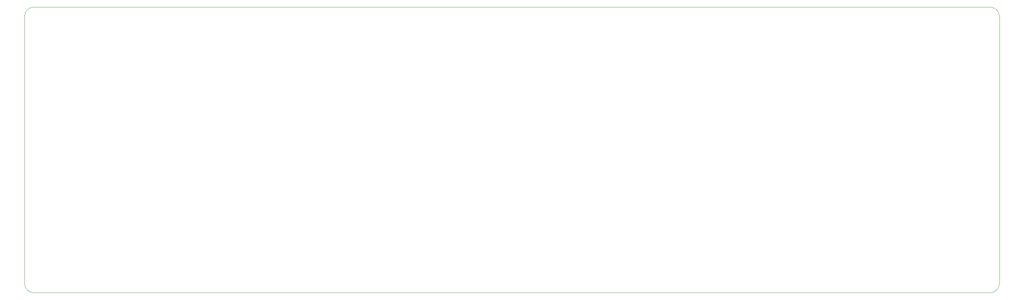
<source format=gbr>
%TF.GenerationSoftware,KiCad,Pcbnew,7.0.1-0*%
%TF.CreationDate,2023-04-28T12:46:07-05:00*%
%TF.ProjectId,pcb,7063622e-6b69-4636-9164-5f7063625858,rev?*%
%TF.SameCoordinates,Original*%
%TF.FileFunction,Profile,NP*%
%FSLAX46Y46*%
G04 Gerber Fmt 4.6, Leading zero omitted, Abs format (unit mm)*
G04 Created by KiCad (PCBNEW 7.0.1-0) date 2023-04-28 12:46:07*
%MOMM*%
%LPD*%
G01*
G04 APERTURE LIST*
%TA.AperFunction,Profile*%
%ADD10C,0.100000*%
%TD*%
G04 APERTURE END LIST*
D10*
X279201797Y-95845349D02*
G75*
G03*
X281583049Y-93464141I3J2381249D01*
G01*
X281583050Y-23217206D02*
X281583049Y-93464141D01*
X25598459Y-93464141D02*
X25598459Y-23217207D01*
X281583046Y-23217206D02*
G75*
G03*
X279201798Y-20835954I-2381246J6D01*
G01*
X279201797Y-95845393D02*
X27979711Y-95845393D01*
X27979711Y-20835959D02*
G75*
G03*
X25598459Y-23217207I-11J-2381241D01*
G01*
X27979711Y-20835955D02*
X279201798Y-20835954D01*
X25598407Y-93464141D02*
G75*
G03*
X27979711Y-95845393I2381293J41D01*
G01*
M02*

</source>
